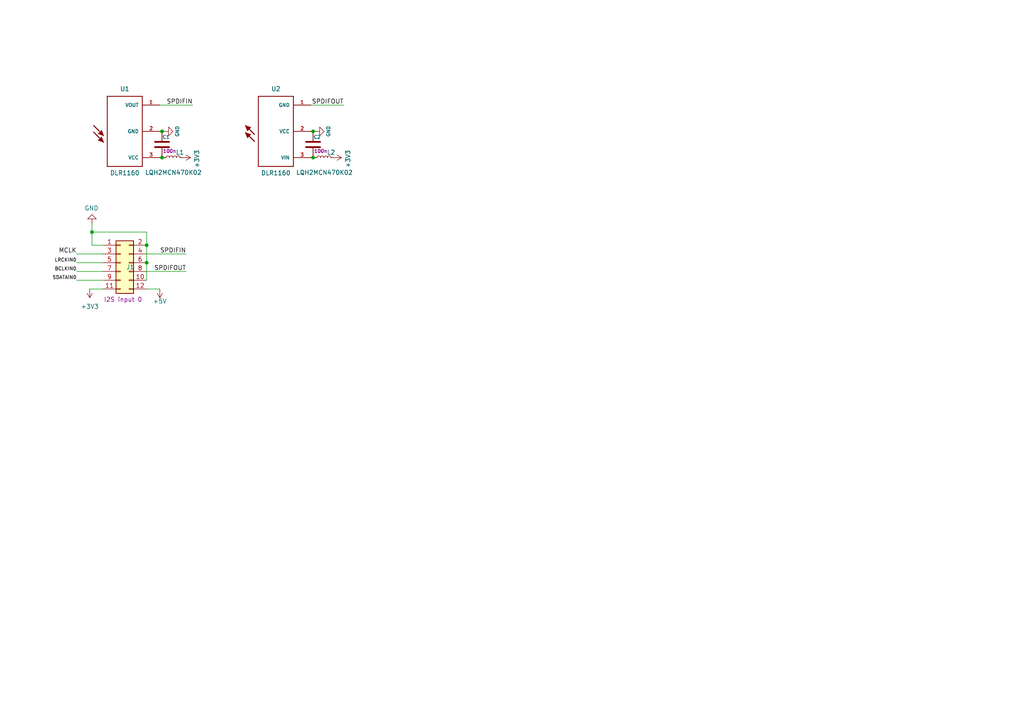
<source format=kicad_sch>
(kicad_sch (version 20230121) (generator eeschema)
  (paper "A4")
  (lib_symbols
    (symbol "AMPP_1466_V0-rescue:+3V3-power" (power) (pin_names (offset 0))
      (property "Value" "+3V3-power" (at 0 3.556 0))
      (symbol "+3V3-power_0_1"
        (polyline (pts (xy -0.762 1.27) (xy 0 2.54)))
        (polyline (pts (xy 0 0) (xy 0 2.54)))
        (polyline (pts (xy 0 2.54) (xy 0.762 1.27)))
      )
      (symbol "+3V3-power_1_1"
        (pin power_in line (at 0 0 90) (length 0) hide (name "+3V3") (number "1"))
      )
    )
    (symbol "AMPP_1466_V0-rescue:+5V-power" (power) (pin_names (offset 0))
      (property "Value" "+5V-power" (at 0 3.556 0))
      (symbol "+5V-power_0_1"
        (polyline (pts (xy -0.762 1.27) (xy 0 2.54)))
        (polyline (pts (xy 0 0) (xy 0 2.54)))
        (polyline (pts (xy 0 2.54) (xy 0.762 1.27)))
      )
      (symbol "+5V-power_1_1"
        (pin power_in line (at 0 0 90) (length 0) hide (name "+5V") (number "1"))
      )
    )
    (symbol "AMPP_1466_V0-rescue:GND-power" (power) (pin_names (offset 0))
      (property "Value" "GND-power" (at 0 -3.81 0))
      (symbol "GND-power_0_1"
        (polyline (pts (xy 0 0) (xy 0 -1.27) (xy 1.27 -1.27) (xy 0 -2.54) (xy -1.27 -1.27) (xy 0 -1.27)))
      )
      (symbol "GND-power_1_1"
        (pin power_in line (at 0 0 270) (length 0) hide (name "GND") (number "1"))
      )
    )
    (symbol "Connector_Generic:Conn_02x06_Odd_Even" (pin_names (offset 1.016) hide)
      (property "Reference" "J" (at 1.27 7.62 0))
      (property "Value" "Conn_02x06_Odd_Even" (at 1.27 -10.16 0))
      (symbol "Conn_02x06_Odd_Even_1_1"
        (rectangle (start -1.27 -7.493) (end 0 -7.747) (stroke (width 0.1524)))
        (rectangle (start -1.27 -4.953) (end 0 -5.207) (stroke (width 0.1524)))
        (rectangle (start -1.27 -2.413) (end 0 -2.667) (stroke (width 0.1524)))
        (rectangle (start -1.27 0.127) (end 0 -0.127) (stroke (width 0.1524)))
        (rectangle (start -1.27 2.667) (end 0 2.413) (stroke (width 0.1524)))
        (rectangle (start -1.27 5.207) (end 0 4.953) (stroke (width 0.1524)))
        (rectangle (start -1.27 6.35) (end 3.81 -8.89) (stroke (width 0.254)) (fill (type background)))
        (rectangle (start 3.81 -7.493) (end 2.54 -7.747) (stroke (width 0.1524)))
        (rectangle (start 3.81 -4.953) (end 2.54 -5.207) (stroke (width 0.1524)))
        (rectangle (start 3.81 -2.413) (end 2.54 -2.667) (stroke (width 0.1524)))
        (rectangle (start 3.81 0.127) (end 2.54 -0.127) (stroke (width 0.1524)))
        (rectangle (start 3.81 2.667) (end 2.54 2.413) (stroke (width 0.1524)))
        (rectangle (start 3.81 5.207) (end 2.54 4.953) (stroke (width 0.1524)))
        (pin passive line (at -5.08 5.08 0) (length 3.81) (name "Pin_1") (number "1"))
        (pin passive line (at 7.62 -5.08 180) (length 3.81) (name "Pin_10") (number "10"))
        (pin passive line (at -5.08 -7.62 0) (length 3.81) (name "Pin_11") (number "11"))
        (pin passive line (at 7.62 -7.62 180) (length 3.81) (name "Pin_12") (number "12"))
        (pin passive line (at 7.62 5.08 180) (length 3.81) (name "Pin_2") (number "2"))
        (pin passive line (at -5.08 2.54 0) (length 3.81) (name "Pin_3") (number "3"))
        (pin passive line (at 7.62 2.54 180) (length 3.81) (name "Pin_4") (number "4"))
        (pin passive line (at -5.08 0 0) (length 3.81) (name "Pin_5") (number "5"))
        (pin passive line (at 7.62 0 180) (length 3.81) (name "Pin_6") (number "6"))
        (pin passive line (at -5.08 -2.54 0) (length 3.81) (name "Pin_7") (number "7"))
        (pin passive line (at 7.62 -2.54 180) (length 3.81) (name "Pin_8") (number "8"))
        (pin passive line (at -5.08 -5.08 0) (length 3.81) (name "Pin_9") (number "9"))
      )
    )
    (symbol "Device:C" (pin_numbers hide) (pin_names (offset 0.254))
      (property "Reference" "C" (at 0.635 2.54 0))
      (property "Value" "C" (at 0.635 -2.54 0))
      (symbol "C_0_1"
        (polyline (pts (xy -2.032 -0.762) (xy 2.032 -0.762)) (stroke (width 0.508)))
        (polyline (pts (xy -2.032 0.762) (xy 2.032 0.762)) (stroke (width 0.508)))
      )
      (symbol "C_1_1"
        (pin passive line (at 0 3.81 270) (length 2.794) (name "~") (number "1"))
        (pin passive line (at 0 -3.81 90) (length 2.794) (name "~") (number "2"))
      )
    )
    (symbol "my:L_Small" (pin_numbers hide) (pin_names (offset 0.254) hide)
      (property "Reference" "L" (at 0.762 1.016 0))
      (property "Value" "L_Small" (at 0.762 -1.016 0))
      (symbol "L_Small_0_1"
        (arc (start 0 -2.032) (mid 0.5058 -1.524) (end 0 -1.016))
        (arc (start 0 -1.016) (mid 0.5058 -0.508) (end 0 0))
        (arc (start 0 0) (mid 0.5058 0.508) (end 0 1.016))
        (arc (start 0 1.016) (mid 0.5058 1.524) (end 0 2.032))
      )
      (symbol "L_Small_1_1"
        (pin passive line (at 0 2.54 270) (length 0.508) (name "~") (number "1"))
        (pin passive line (at 0 -2.54 90) (length 0.508) (name "~") (number "2"))
      )
    )
    (symbol "my:toslink-FC684208R" (pin_names (offset 1.016))
      (property "Reference" "U" (at -5.08 11.43 0))
      (property "Value" "toslink-FC684208R" (at -5.08 -12.7 0))
      (symbol "toslink-FC684208R_0_0"
        (polyline (pts (xy -5.08 -10.16) (xy 5.08 -10.16)) (stroke (width 0.254)))
        (polyline (pts (xy -5.08 10.16) (xy -5.08 -10.16)) (stroke (width 0.254)))
        (polyline (pts (xy 5.08 -10.16) (xy 5.08 10.16)) (stroke (width 0.254)))
        (polyline (pts (xy 5.08 10.16) (xy -5.08 10.16)) (stroke (width 0.254)))
        (polyline (pts (xy 7.366 -0.0254) (xy 9.017 -1.6764)) (stroke (width 0.3048)))
        (polyline (pts (xy 9.017 0.2286) (xy 7.366 1.8796)) (stroke (width 0.3048)))
        (polyline (pts (xy 6.096 1.3716) (xy 6.731 -0.2794) (xy 7.747 0.7366)) (stroke (width 0.1524)) (fill (type outline)))
        (polyline (pts (xy 6.096 3.2766) (xy 6.731 1.6256) (xy 7.747 2.6416)) (stroke (width 0.1524)) (fill (type outline)))
        (pin input line (at -10.16 -7.62 0) (length 5.08) (name "VOUT") (number "1"))
        (pin input line (at -10.16 0 0) (length 5.08) (name "GND") (number "2"))
      )
      (symbol "toslink-FC684208R_1_1"
        (pin input line (at -10.16 7.62 0) (length 5.08) (name "VCC") (number "3"))
      )
    )
    (symbol "my:toslink-PLT133-T10W" (pin_names (offset 1.016))
      (property "Reference" "U" (at -5.08 11.43 0))
      (property "Value" "toslink-PLT133-T10W" (at -5.08 -12.7 0))
      (symbol "toslink-PLT133-T10W_0_0"
        (polyline (pts (xy -5.08 -10.16) (xy 5.08 -10.16)) (stroke (width 0.254)))
        (polyline (pts (xy -5.08 10.16) (xy -5.08 -10.16)) (stroke (width 0.254)))
        (polyline (pts (xy 5.08 -10.16) (xy 5.08 10.16)) (stroke (width 0.254)))
        (polyline (pts (xy 5.08 10.16) (xy -5.08 10.16)) (stroke (width 0.254)))
        (polyline (pts (xy 6.223 0.8636) (xy 7.874 -0.7874)) (stroke (width 0.3048)))
        (polyline (pts (xy 6.223 2.8956) (xy 7.874 1.2446)) (stroke (width 0.3048)))
        (polyline (pts (xy 8.89 -1.8034) (xy 8.255 -0.1524) (xy 7.239 -1.1684)) (stroke (width 0.1524)) (fill (type outline)))
        (polyline (pts (xy 8.89 0.2286) (xy 8.255 1.8796) (xy 7.239 0.8636)) (stroke (width 0.1524)) (fill (type outline)))
        (pin input line (at -10.16 -7.62 0) (length 5.08) (name "GND") (number "1"))
        (pin input line (at -10.16 0 0) (length 5.08) (name "VCC") (number "2"))
      )
      (symbol "toslink-PLT133-T10W_1_1"
        (pin input line (at -10.16 7.62 0) (length 5.08) (name "VIN") (number "3"))
      )
    )
    (symbol "power:+3V3" (power) (pin_names (offset 0))
      (property "Value" "+3V3" (at 0 3.556 0))
      (symbol "+3V3_0_1"
        (polyline (pts (xy -0.762 1.27) (xy 0 2.54)))
        (polyline (pts (xy 0 0) (xy 0 2.54)))
        (polyline (pts (xy 0 2.54) (xy 0.762 1.27)))
      )
      (symbol "+3V3_1_1"
        (pin power_in line (at 0 0 90) (length 0) hide (name "+3V3") (number "1"))
      )
    )
    (symbol "power:GND" (power) (pin_names (offset 0))
      (property "Value" "GND" (at 0 -3.81 0))
      (symbol "GND_0_1"
        (polyline (pts (xy 0 0) (xy 0 -1.27) (xy 1.27 -1.27) (xy 0 -2.54) (xy -1.27 -1.27) (xy 0 -1.27)))
      )
      (symbol "GND_1_1"
        (pin power_in line (at 0 0 270) (length 0) hide (name "GND") (number "1"))
      )
    )
  )
  (junction (at 42.545 71.12))
  (junction (at 26.67 67.31))
  (junction (at 90.805 45.72))
  (junction (at 42.545 76.2))
  (junction (at 90.805 38.1))
  (junction (at 46.99 38.1))
  (junction (at 46.99 45.72))
  (wire (pts (xy 46.355 30.48) (xy 55.88 30.48)))
  (wire (pts (xy 42.545 83.82) (xy 46.355 83.82)))
  (wire (pts (xy 22.225 78.74) (xy 29.845 78.74)))
  (wire (pts (xy 90.17 30.48) (xy 99.695 30.48)))
  (wire (pts (xy 90.17 38.1) (xy 90.805 38.1)))
  (wire (pts (xy 26.67 71.12) (xy 29.845 71.12)))
  (wire (pts (xy 26.67 64.77) (xy 26.67 67.31)))
  (wire (pts (xy 42.545 73.66) (xy 53.975 73.66)))
  (wire (pts (xy 90.805 38.1) (xy 91.44 38.1)))
  (wire (pts (xy 26.67 67.31) (xy 26.67 71.12)))
  (wire (pts (xy 42.545 67.31) (xy 26.67 67.31)))
  (wire (pts (xy 46.99 38.1) (xy 47.625 38.1)))
  (wire (pts (xy 29.845 83.82) (xy 26.035 83.82)))
  (wire (pts (xy 90.17 45.72) (xy 90.805 45.72)))
  (wire (pts (xy 42.545 71.12) (xy 42.545 67.31)))
  (wire (pts (xy 46.99 45.72) (xy 47.625 45.72)))
  (wire (pts (xy 22.225 81.28) (xy 29.845 81.28)))
  (wire (pts (xy 42.545 71.12) (xy 42.545 76.2)))
  (wire (pts (xy 46.355 45.72) (xy 46.99 45.72)))
  (wire (pts (xy 29.845 73.66) (xy 22.225 73.66)))
  (wire (pts (xy 42.545 78.74) (xy 53.975 78.74)))
  (wire (pts (xy 90.805 45.72) (xy 91.44 45.72)))
  (wire (pts (xy 22.225 76.2) (xy 29.845 76.2)))
  (wire (pts (xy 46.355 38.1) (xy 46.99 38.1)))
  (wire (pts (xy 42.545 76.2) (xy 42.545 81.28)))
  (label "SPDIFIN" (at 55.88 30.48 180))
  (label "SPDIFIN" (at 53.975 73.66 180))
  (label "MCLK" (at 22.225 73.66 180))
  (label "SDATAIN0" (at 22.225 81.28 180) (effects (font (size 0.9906 0.9906))))
  (label "BCLKIN0" (at 22.225 78.74 180) (effects (font (size 0.9906 0.9906))))
  (label "SPDIFOUT" (at 53.975 78.74 180))
  (label "SPDIFOUT" (at 99.695 30.48 180))
  (label "LRCKIN0" (at 22.225 76.2 180) (effects (font (size 0.9906 0.9906))))
  (symbol (lib_id "my:L_Small") (at 50.165 45.72 90) (unit 1)
    (property "Reference" "L1" (at 52.197 44.196 90))
    (property "Value" "LQH2MCN470K02" (at 50.292 50.038 90))
    (property "Footprint" "Inductor_SMD:L_Murata_LQH2MCNxxxx02_2.0x1.6mm" (effects hide))
  )
  (symbol (lib_id "power:GND") (at 91.44 38.1 90) (unit 1)
    (property "Reference" "#PWR06" (effects hide))
    (property "Value" "GND" (at 95.25 38.1 0) (effects (font (size 0.9906 0.9906))))
  )
  (symbol (lib_id "AMPP_1466_V0-rescue:+5V-power") (at 46.355 83.82 180) (unit 1)
    (property "Reference" "#PWR05" (effects hide))
    (property "Value" "+5V" (at 46.355 87.376 0))
  )
  (symbol (lib_id "AMPP_1466_V0-rescue:GND-power") (at 26.67 64.77 180) (unit 1)
    (property "Reference" "#PWR04" (effects hide))
    (property "Value" "GND" (at 26.543 60.3758 0))
  )
  (symbol (lib_id "my:toslink-FC684208R") (at 36.195 38.1 180) (unit 1)
    (property "Reference" "U1" (at 36.195 25.781 0))
    (property "Value" "DLR1160" (at 36.195 50.165 0))
    (property "Footprint" "my:Toslink" (effects hide))
    (property "Description" "Optical Receiver" (effects hide))
    (property "MP" "PLT133/T10W" (effects hide))
    (property "Availability" "Good" (effects hide))
    (property "Package" "DIP-5 Everlight" (effects hide))
  )
  (symbol (lib_id "Connector_Generic:Conn_02x06_Odd_Even") (at 34.925 76.2 0) (unit 1)
    (property "Reference" "J1" (at 38.989 77.47 0) (effects (justify right)))
    (property "Value" "Conn_01x06_Male" (effects hide))
    (property "Footprint" "00-mylib:EDGE-2x6-2.54" (effects hide))
    (property "Поле4" "I2S input 0" (at 35.687 86.868 0))
  )
  (symbol (lib_id "power:GND") (at 47.625 38.1 90) (unit 1)
    (property "Reference" "#PWR01" (effects hide))
    (property "Value" "GND" (at 51.435 38.1 0) (effects (font (size 0.9906 0.9906))))
  )
  (symbol (lib_id "Device:C") (at 90.805 41.91 0) (unit 1)
    (property "Reference" "C2" (at 90.932 39.751 0) (effects (font (size 0.9906 0.9906)) (justify left)))
    (property "Value" "CAP_100n_25V_X7R_0603" (effects hide))
    (property "Footprint" "Capacitor_SMD:C_0603_1608Metric" (effects hide))
    (property "Value1" "100n" (at 91.059 43.815 0) (effects (font (size 0.9906 0.9906)) (justify left)))
    (property "Value2" "20% 25V X5R" (effects hide))
  )
  (symbol (lib_id "Device:C") (at 46.99 41.91 0) (unit 1)
    (property "Reference" "C1" (at 47.117 39.751 0) (effects (font (size 0.9906 0.9906)) (justify left)))
    (property "Value" "CAP_100n_25V_X7R_0603" (effects hide))
    (property "Footprint" "Capacitor_SMD:C_0603_1608Metric" (effects hide))
    (property "Value1" "100n" (at 47.244 43.815 0) (effects (font (size 0.9906 0.9906)) (justify left)))
    (property "Value2" "20% 25V X5R" (effects hide))
  )
  (symbol (lib_id "my:L_Small") (at 93.98 45.72 90) (unit 1)
    (property "Reference" "L2" (at 96.012 44.196 90))
    (property "Value" "LQH2MCN470K02" (at 94.107 50.038 90))
    (property "Footprint" "Inductor_SMD:L_Murata_LQH2MCNxxxx02_2.0x1.6mm" (effects hide))
  )
  (symbol (lib_id "AMPP_1466_V0-rescue:+3V3-power") (at 26.035 83.82 180) (unit 1)
    (property "Reference" "#PWR03" (effects hide))
    (property "Value" "+3V3" (at 26.035 88.9 0))
  )
  (symbol (lib_id "power:+3V3") (at 96.52 45.72 270) (unit 1)
    (property "Reference" "#PWR07" (effects hide))
    (property "Value" "+3V3" (at 100.9142 46.101 0))
  )
  (symbol (lib_id "my:toslink-PLT133-T10W") (at 80.01 38.1 180) (unit 1)
    (property "Reference" "U2" (at 80.01 25.781 0))
    (property "Value" "DLR1160" (at 80.01 50.165 0))
    (property "Footprint" "my:Toslink" (effects hide))
    (property "Datasheet" "0.80 USD" (effects hide))
    (property "Description" "PLT133 Series 2.7 - 5.5 V 16 Mbps 5.5 mA 680 nm Photo-Link Light Transmitter" (effects hide))
    (property "MP" "PLT133/T10W" (effects hide))
    (property "Availability" "Good" (effects hide))
    (property "Package" "DIP-5 Everlight" (effects hide))
    (property "MF" "Everlight" (effects hide))
  )
  (symbol (lib_id "power:+3V3") (at 52.705 45.72 270) (unit 1)
    (property "Reference" "#PWR02" (effects hide))
    (property "Value" "+3V3" (at 57.0992 46.101 0))
  )
)
</source>
